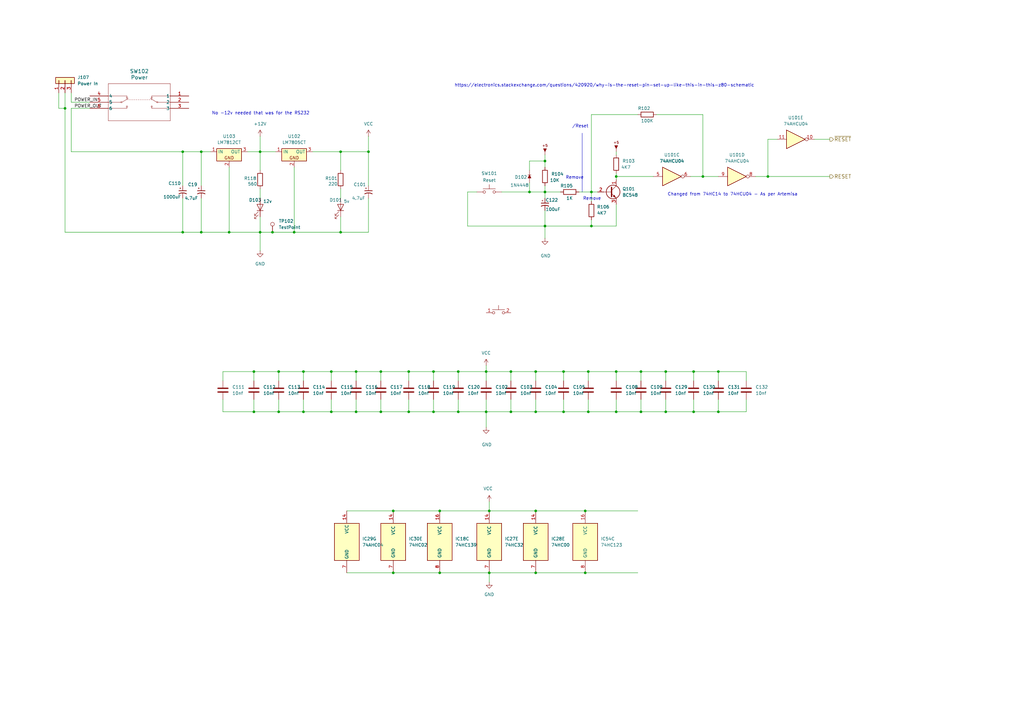
<source format=kicad_sch>
(kicad_sch (version 20250114) (generator "eeschema") (generator_version "9.0")
  (paper "A3")
  (title_block (title "Power and Reset") (date "2024-12-03") (rev "1"))
  (lib_symbols
    (symbol "74xx:74HC04"
      (property "Reference" "U" (at 0 1.27 0))
      (property "Value" "74HC04" (at 0 -1.27 0))
      (symbol "74HC04_1_0"
        (pin input line (at -7.62 0 0) (length 3.81) (name "~") (number "1"))
        (pin output inverted (at 7.62 0 180) (length 3.81) (name "~") (number "2"))
      )
      (symbol "74HC04_2_0"
        (pin input line (at -7.62 0 0) (length 3.81) (name "~") (number "3"))
        (pin output inverted (at 7.62 0 180) (length 3.81) (name "~") (number "4"))
      )
      (symbol "74HC04_3_0"
        (pin input line (at -7.62 0 0) (length 3.81) (name "~") (number "5"))
        (pin output inverted (at 7.62 0 180) (length 3.81) (name "~") (number "6"))
      )
      (symbol "74HC04_4_0"
        (pin input line (at -7.62 0 0) (length 3.81) (name "~") (number "9"))
        (pin output inverted (at 7.62 0 180) (length 3.81) (name "~") (number "8"))
      )
      (symbol "74HC04_5_0"
        (pin input line (at -7.62 0 0) (length 3.81) (name "~") (number "11"))
        (pin output inverted (at 7.62 0 180) (length 3.81) (name "~") (number "10"))
      )
      (symbol "74HC04_6_0"
        (pin input line (at -7.62 0 0) (length 3.81) (name "~") (number "13"))
        (pin output inverted (at 7.62 0 180) (length 3.81) (name "~") (number "12"))
      )
      (symbol "74HC04_7_0"
        (pin power_in line (at 0 12.7 270) (length 5.08) (name "VCC") (number "14"))
        (pin power_in line (at 0 -12.7 90) (length 5.08) (name "GND") (number "7"))
      )
    )
    (symbol "74xx:74LS00" (pin_names (offset 1.016))
      (property "Reference" "U" (at 0 1.27 0))
      (property "Value" "74LS00" (at 0 -1.27 0))
      (symbol "74LS00_1_1"
        (pin input line (at -7.62 2.54 0) (length 3.81) (name "~") (number "1"))
        (pin input line (at -7.62 -2.54 0) (length 3.81) (name "~") (number "2"))
        (pin output inverted (at 7.62 0 180) (length 3.81) (name "~") (number "3"))
      )
      (symbol "74LS00_1_2"
        (pin input inverted (at -7.62 2.54 0) (length 4.318) (name "~") (number "1"))
        (pin input inverted (at -7.62 -2.54 0) (length 4.318) (name "~") (number "2"))
        (pin output line (at 7.62 0 180) (length 3.81) (name "~") (number "3"))
      )
      (symbol "74LS00_2_1"
        (pin input line (at -7.62 2.54 0) (length 3.81) (name "~") (number "4"))
        (pin input line (at -7.62 -2.54 0) (length 3.81) (name "~") (number "5"))
        (pin output inverted (at 7.62 0 180) (length 3.81) (name "~") (number "6"))
      )
      (symbol "74LS00_2_2"
        (pin input inverted (at -7.62 2.54 0) (length 4.318) (name "~") (number "4"))
        (pin input inverted (at -7.62 -2.54 0) (length 4.318) (name "~") (number "5"))
        (pin output line (at 7.62 0 180) (length 3.81) (name "~") (number "6"))
      )
      (symbol "74LS00_3_1"
        (pin input line (at -7.62 2.54 0) (length 3.81) (name "~") (number "9"))
        (pin input line (at -7.62 -2.54 0) (length 3.81) (name "~") (number "10"))
        (pin output inverted (at 7.62 0 180) (length 3.81) (name "~") (number "8"))
      )
      (symbol "74LS00_3_2"
        (pin input inverted (at -7.62 2.54 0) (length 4.318) (name "~") (number "9"))
        (pin input inverted (at -7.62 -2.54 0) (length 4.318) (name "~") (number "10"))
        (pin output line (at 7.62 0 180) (length 3.81) (name "~") (number "8"))
      )
      (symbol "74LS00_4_1"
        (pin input line (at -7.62 2.54 0) (length 3.81) (name "~") (number "12"))
        (pin input line (at -7.62 -2.54 0) (length 3.81) (name "~") (number "13"))
        (pin output inverted (at 7.62 0 180) (length 3.81) (name "~") (number "11"))
      )
      (symbol "74LS00_4_2"
        (pin input inverted (at -7.62 2.54 0) (length 4.318) (name "~") (number "12"))
        (pin input inverted (at -7.62 -2.54 0) (length 4.318) (name "~") (number "13"))
        (pin output line (at 7.62 0 180) (length 3.81) (name "~") (number "11"))
      )
      (symbol "74LS00_5_0"
        (pin power_in line (at 0 12.7 270) (length 5.08) (name "VCC") (number "14"))
        (pin power_in line (at 0 -12.7 90) (length 5.08) (name "GND") (number "7"))
      )
    )
    (symbol "74xx:74LS02" (pin_names (offset 1.016))
      (property "Reference" "U" (at 0 1.27 0))
      (property "Value" "74LS02" (at 0 -1.27 0))
      (symbol "74LS02_1_1"
        (pin input line (at -7.62 2.54 0) (length 4.318) (name "~") (number "2"))
        (pin input line (at -7.62 -2.54 0) (length 4.318) (name "~") (number "3"))
        (pin output inverted (at 7.62 0 180) (length 3.81) (name "~") (number "1"))
      )
      (symbol "74LS02_1_2"
        (pin input inverted (at -7.62 2.54 0) (length 3.81) (name "~") (number "2"))
        (pin input inverted (at -7.62 -2.54 0) (length 3.81) (name "~") (number "3"))
        (pin output line (at 7.62 0 180) (length 3.81) (name "~") (number "1"))
      )
      (symbol "74LS02_2_1"
        (pin input line (at -7.62 2.54 0) (length 4.318) (name "~") (number "5"))
        (pin input line (at -7.62 -2.54 0) (length 4.318) (name "~") (number "6"))
        (pin output inverted (at 7.62 0 180) (length 3.81) (name "~") (number "4"))
      )
      (symbol "74LS02_2_2"
        (pin input inverted (at -7.62 2.54 0) (length 3.81) (name "~") (number "5"))
        (pin input inverted (at -7.62 -2.54 0) (length 3.81) (name "~") (number "6"))
        (pin output line (at 7.62 0 180) (length 3.81) (name "~") (number "4"))
      )
      (symbol "74LS02_3_1"
        (pin input line (at -7.62 2.54 0) (length 4.318) (name "~") (number "8"))
        (pin input line (at -7.62 -2.54 0) (length 4.318) (name "~") (number "9"))
        (pin output inverted (at 7.62 0 180) (length 3.81) (name "~") (number "10"))
      )
      (symbol "74LS02_3_2"
        (pin input inverted (at -7.62 2.54 0) (length 3.81) (name "~") (number "8"))
        (pin input inverted (at -7.62 -2.54 0) (length 3.81) (name "~") (number "9"))
        (pin output line (at 7.62 0 180) (length 3.81) (name "~") (number "10"))
      )
      (symbol "74LS02_4_1"
        (pin input line (at -7.62 2.54 0) (length 4.318) (name "~") (number "11"))
        (pin input line (at -7.62 -2.54 0) (length 4.318) (name "~") (number "12"))
        (pin output inverted (at 7.62 0 180) (length 3.81) (name "~") (number "13"))
      )
      (symbol "74LS02_4_2"
        (pin input inverted (at -7.62 2.54 0) (length 3.81) (name "~") (number "11"))
        (pin input inverted (at -7.62 -2.54 0) (length 3.81) (name "~") (number "12"))
        (pin output line (at 7.62 0 180) (length 3.81) (name "~") (number "13"))
      )
      (symbol "74LS02_5_0"
        (pin power_in line (at 0 12.7 270) (length 5.08) (name "VCC") (number "14"))
        (pin power_in line (at 0 -12.7 90) (length 5.08) (name "GND") (number "7"))
      )
    )
    (symbol "74xx:74LS04"
      (property "Reference" "U" (at 0 1.27 0))
      (property "Value" "74LS04" (at 0 -1.27 0))
      (symbol "74LS04_1_0"
        (pin input line (at -7.62 0 0) (length 3.81) (name "~") (number "1"))
        (pin output inverted (at 7.62 0 180) (length 3.81) (name "~") (number "2"))
      )
      (symbol "74LS04_2_0"
        (pin input line (at -7.62 0 0) (length 3.81) (name "~") (number "3"))
        (pin output inverted (at 7.62 0 180) (length 3.81) (name "~") (number "4"))
      )
      (symbol "74LS04_3_0"
        (pin input line (at -7.62 0 0) (length 3.81) (name "~") (number "5"))
        (pin output inverted (at 7.62 0 180) (length 3.81) (name "~") (number "6"))
      )
      (symbol "74LS04_4_0"
        (pin input line (at -7.62 0 0) (length 3.81) (name "~") (number "9"))
        (pin output inverted (at 7.62 0 180) (length 3.81) (name "~") (number "8"))
      )
      (symbol "74LS04_5_0"
        (pin input line (at -7.62 0 0) (length 3.81) (name "~") (number "11"))
        (pin output inverted (at 7.62 0 180) (length 3.81) (name "~") (number "10"))
      )
      (symbol "74LS04_6_0"
        (pin input line (at -7.62 0 0) (length 3.81) (name "~") (number "13"))
        (pin output inverted (at 7.62 0 180) (length 3.81) (name "~") (number "12"))
      )
      (symbol "74LS04_7_0"
        (pin power_in line (at 0 12.7 270) (length 5.08) (name "VCC") (number "14"))
        (pin power_in line (at 0 -12.7 90) (length 5.08) (name "GND") (number "7"))
      )
    )
    (symbol "74xx:74LS123" (pin_names (offset 1.016))
      (property "Reference" "U" (at -7.62 8.89 0))
      (property "Value" "74LS123" (at -7.62 -8.89 0))
      (symbol "74LS123_1_0"
        (pin input line (at -12.7 5.08 0) (length 5.08) (name "RCext") (number "15"))
        (pin input line (at -12.7 2.54 0) (length 5.08) (name "Cext") (number "14"))
        (pin input inverted (at -12.7 -2.54 0) (length 5.08) (name "A") (number "1"))
        (pin input line (at -12.7 -5.08 0) (length 5.08) (name "B") (number "2"))
        (pin input inverted (at 0 -12.7 90) (length 5.08) (name "Clr") (number "3"))
        (pin output line (at 12.7 5.08 180) (length 5.08) (name "Q") (number "13"))
        (pin output line (at 12.7 -5.08 180) (length 5.08) (name "~{Q}") (number "4"))
      )
      (symbol "74LS123_2_0"
        (pin input line (at -12.7 5.08 0) (length 5.08) (name "RCext") (number "7"))
        (pin input line (at -12.7 2.54 0) (length 5.08) (name "Cext") (number "6"))
        (pin input inverted (at -12.7 -2.54 0) (length 5.08) (name "A") (number "9"))
        (pin input line (at -12.7 -5.08 0) (length 5.08) (name "B") (number "10"))
        (pin input inverted (at 0 -12.7 90) (length 5.08) (name "Clr") (number "11"))
        (pin output line (at 12.7 5.08 180) (length 5.08) (name "Q") (number "5"))
        (pin output line (at 12.7 -5.08 180) (length 5.08) (name "~{Q}") (number "12"))
      )
      (symbol "74LS123_3_0"
        (pin power_in line (at 0 12.7 270) (length 5.08) (name "VCC") (number "16"))
        (pin power_in line (at 0 -12.7 90) (length 5.08) (name "GND") (number "8"))
      )
    )
    (symbol "74xx:74LS139" (pin_names (offset 1.016))
      (property "Reference" "U" (at -7.62 8.89 0))
      (property "Value" "74LS139" (at -7.62 -8.89 0))
      (symbol "74LS139_1_0"
        (pin input line (at -12.7 2.54 0) (length 5.08) (name "A1") (number "3"))
        (pin input line (at -12.7 0 0) (length 5.08) (name "A0") (number "2"))
        (pin input inverted (at -12.7 -5.08 0) (length 5.08) (name "E") (number "1"))
        (pin output inverted (at 12.7 2.54 180) (length 5.08) (name "O0") (number "4"))
        (pin output inverted (at 12.7 0 180) (length 5.08) (name "O1") (number "5"))
        (pin output inverted (at 12.7 -2.54 180) (length 5.08) (name "O2") (number "6"))
        (pin output inverted (at 12.7 -5.08 180) (length 5.08) (name "O3") (number "7"))
      )
      (symbol "74LS139_2_0"
        (pin input line (at -12.7 2.54 0) (length 5.08) (name "A1") (number "13"))
        (pin input line (at -12.7 0 0) (length 5.08) (name "A0") (number "14"))
        (pin input inverted (at -12.7 -5.08 0) (length 5.08) (name "E") (number "15"))
        (pin output inverted (at 12.7 2.54 180) (length 5.08) (name "O0") (number "12"))
        (pin output inverted (at 12.7 0 180) (length 5.08) (name "O1") (number "11"))
        (pin output inverted (at 12.7 -2.54 180) (length 5.08) (name "O2") (number "10"))
        (pin output inverted (at 12.7 -5.08 180) (length 5.08) (name "O3") (number "9"))
      )
      (symbol "74LS139_3_0"
        (pin power_in line (at 0 12.7 270) (length 5.08) (name "VCC") (number "16"))
        (pin power_in line (at 0 -12.7 90) (length 5.08) (name "GND") (number "8"))
      )
    )
    (symbol "74xx:74LS32" (pin_names (offset 1.016))
      (property "Reference" "U" (at 0 1.27 0))
      (property "Value" "74LS32" (at 0 -1.27 0))
      (symbol "74LS32_1_1"
        (pin input line (at -7.62 2.54 0) (length 4.318) (name "~") (number "1"))
        (pin input line (at -7.62 -2.54 0) (length 4.318) (name "~") (number "2"))
        (pin output line (at 7.62 0 180) (length 3.81) (name "~") (number "3"))
      )
      (symbol "74LS32_1_2"
        (pin input inverted (at -7.62 2.54 0) (length 3.81) (name "~") (number "1"))
        (pin input inverted (at -7.62 -2.54 0) (length 3.81) (name "~") (number "2"))
        (pin output inverted (at 7.62 0 180) (length 3.81) (name "~") (number "3"))
      )
      (symbol "74LS32_2_1"
        (pin input line (at -7.62 2.54 0) (length 4.318) (name "~") (number "4"))
        (pin input line (at -7.62 -2.54 0) (length 4.318) (name "~") (number "5"))
        (pin output line (at 7.62 0 180) (length 3.81) (name "~") (number "6"))
      )
      (symbol "74LS32_2_2"
        (pin input inverted (at -7.62 2.54 0) (length 3.81) (name "~") (number "4"))
        (pin input inverted (at -7.62 -2.54 0) (length 3.81) (name "~") (number "5"))
        (pin output inverted (at 7.62 0 180) (length 3.81) (name "~") (number "6"))
      )
      (symbol "74LS32_3_1"
        (pin input line (at -7.62 2.54 0) (length 4.318) (name "~") (number "9"))
        (pin input line (at -7.62 -2.54 0) (length 4.318) (name "~") (number "10"))
        (pin output line (at 7.62 0 180) (length 3.81) (name "~") (number "8"))
      )
      (symbol "74LS32_3_2"
        (pin input inverted (at -7.62 2.54 0) (length 3.81) (name "~") (number "9"))
        (pin input inverted (at -7.62 -2.54 0) (length 3.81) (name "~") (number "10"))
        (pin output inverted (at 7.62 0 180) (length 3.81) (name "~") (number "8"))
      )
      (symbol "74LS32_4_1"
        (pin input line (at -7.62 2.54 0) (length 4.318) (name "~") (number "12"))
        (pin input line (at -7.62 -2.54 0) (length 4.318) (name "~") (number "13"))
        (pin output line (at 7.62 0 180) (length 3.81) (name "~") (number "11"))
      )
      (symbol "74LS32_4_2"
        (pin input inverted (at -7.62 2.54 0) (length 3.81) (name "~") (number "12"))
        (pin input inverted (at -7.62 -2.54 0) (length 3.81) (name "~") (number "13"))
        (pin output inverted (at 7.62 0 180) (length 3.81) (name "~") (number "11"))
      )
      (symbol "74LS32_5_0"
        (pin power_in line (at 0 12.7 270) (length 5.08) (name "VCC") (number "14"))
        (pin power_in line (at 0 -12.7 90) (length 5.08) (name "GND") (number "7"))
      )
    )
    (symbol "Connector:TestPoint" (pin_numbers (hide yes)) (pin_names (offset 0.762) (hide yes))
      (property "Reference" "TP" (at 0 6.858 0))
      (property "Value" "TestPoint" (at 0 5.08 0))
      (symbol "TestPoint_1_1"
        (pin passive line (at 0 0 90) (length 2.54) (name "1") (number "1"))
      )
    )
    (symbol "Connector_Generic:Conn_01x03" (pin_names (offset 1.016) (hide yes))
      (property "Reference" "J" (at 0 5.08 0))
      (property "Value" "Conn_01x03" (at 0 -5.08 0))
      (symbol "Conn_01x03_1_1"
        (pin passive line (at -5.08 2.54 0) (length 3.81) (name "Pin_1") (number "1"))
        (pin passive line (at -5.08 0 0) (length 3.81) (name "Pin_2") (number "2"))
        (pin passive line (at -5.08 -2.54 0) (length 3.81) (name "Pin_3") (number "3"))
      )
    )
    (symbol "DigKey:MFS201N-16-Z" (pin_names (offset 0.254))
      (property "Reference" "SW" (at 20.32 10.16 0))
      (property "Value" "MFS201N-16-Z" (at 20.32 7.62 0))
      (symbol "MFS201N-16-Z_0_1"
        (pin unspecified line (at 0 0 0) (length 7.62) (name "1") (number "1"))
        (pin unspecified line (at 0 -2.54 0) (length 7.62) (name "2") (number "2"))
        (pin unspecified line (at 0 -5.08 0) (length 7.62) (name "3") (number "3"))
        (pin unspecified line (at 40.64 0 180) (length 7.62) (name "4") (number "4"))
        (pin unspecified line (at 40.64 -2.54 180) (length 7.62) (name "5") (number "5"))
        (pin unspecified line (at 40.64 -5.08 180) (length 7.62) (name "6") (number "6"))
      )
    )
    (symbol "PCM_Capacitor_AKL:C_Generic" (pin_numbers (hide yes)) (pin_names (offset 0.254))
      (property "Reference" "C" (at 3.175 1.27 0))
      (property "Value" "C_Generic" (at 3.175 -1.27 0))
      (symbol "C_Generic_1_1"
        (pin passive line (at 0 3.81 270) (length 2.794) (name "~") (number "1"))
        (pin passive line (at 0 -3.81 90) (length 2.794) (name "~") (number "2"))
      )
      (symbol "C_Generic_1_2"
        (pin passive line (at -2.54 -2.54 90) (length 0) (name "~") (number "2"))
        (pin passive line (at 2.54 2.54 270) (length 0) (name "~") (number "1"))
      )
    )
    (symbol "PCM_Voltage_Regulator_AKL:LM7805CT"
      (property "Reference" "U" (at 0 6.35 0))
      (property "Value" "LM7805CT" (at 0 3.81 0))
      (symbol "LM7805CT_0_0"
        (text "GND" (at 0 -2.54 0) (effects (font (size 1.27 1.27))))
      )
      (symbol "LM7805CT_1_1"
        (pin power_in line (at -7.62 0 0) (length 2.54) (name "IN") (number "1"))
        (pin power_in line (at 0 -6.35 90) (length 2.54) (name "~") (number "2"))
        (pin power_out line (at 7.62 0 180) (length 2.54) (name "OUT") (number "3"))
      )
    )
    (symbol "PCM_Voltage_Regulator_AKL:LM7812CT"
      (property "Reference" "U" (at 0 6.35 0))
      (property "Value" "LM7812CT" (at 0 3.81 0))
      (symbol "LM7812CT_0_0"
        (text "GND" (at 0 -2.54 0) (effects (font (size 1.27 1.27))))
      )
      (symbol "LM7812CT_1_1"
        (pin power_in line (at -7.62 0 0) (length 2.54) (name "IN") (number "1"))
        (pin power_in line (at 0 -6.35 90) (length 2.54) (name "~") (number "2"))
        (pin power_out line (at 7.62 0 180) (length 2.54) (name "OUT") (number "3"))
      )
    )
    (symbol "Switch:SW_Omron_B3FS" (pin_numbers (hide yes)) (pin_names (offset 1.016) (hide yes))
      (property "Reference" "SW" (at 1.27 2.54 0))
      (property "Value" "SW_Omron_B3FS" (at 0 -1.524 0))
      (symbol "SW_Omron_B3FS_0_1"
        (pin passive line (at -5.08 0 0) (length 2.54) (name "1") (number "1"))
        (pin passive line (at 5.08 0 180) (length 2.54) (name "2") (number "2"))
      )
    )
    (symbol "Transistor_BJT:BC548" (pin_names (offset 0) (hide yes))
      (property "Reference" "Q" (at 5.08 1.905 0))
      (property "Value" "BC548" (at 5.08 0 0))
      (symbol "BC548_1_1"
        (pin input line (at -5.08 0 0) (length 2.54) (name "B") (number "2"))
        (pin passive line (at 2.54 5.08 270) (length 2.54) (name "C") (number "1"))
        (pin passive line (at 2.54 -5.08 90) (length 2.54) (name "E") (number "3"))
      )
    )
    (symbol "artemisa:1N4448" (pin_numbers (hide yes)) (pin_names (offset 1.016))
      (property "Reference" "D" (at 0 1.905 0))
      (property "Value" "1N4448" (at 0 -1.905 0))
      (symbol "1N4448_1_1"
        (pin passive line (at -2.54 0 0) (length 1.905) (name "~") (number "1"))
        (pin passive line (at 2.54 0 180) (length 1.905) (name "~") (number "2"))
      )
    )
    (symbol "artemisa:CP" (pin_numbers (hide yes)) (pin_names (offset 0.254) (hide yes))
      (property "Reference" "C" (at 0.254 1.778 0))
      (property "Value" "CP" (at 0.254 -2.032 0))
      (symbol "CP_1_1"
        (pin passive line (at 0 2.54 270) (length 2.032) (name "~") (number "1"))
        (pin passive line (at 0 -2.54 90) (length 2.032) (name "~") (number "2"))
      )
    )
    (symbol "artemisa:LED" (pin_numbers (hide yes)) (pin_names (offset 1.016) (hide yes))
      (property "Reference" "D" (at 0 2.54 0))
      (property "Value" "LED" (at 0 -2.54 0))
      (symbol "LED_1_1"
        (pin passive line (at -3.81 0 0) (length 2.54) (name "A") (number "1"))
        (pin passive line (at 3.81 0 180) (length 2.54) (name "K") (number "2"))
      )
    )
    (symbol "artemisa:Push_button" (pin_names (offset 1.016) (hide yes))
      (property "Reference" "SW" (at 0 -2.54 0))
      (symbol "Push_button_1_1"
        (pin passive line (at -5.08 0 0) (length 2.54) (name "1") (number "1"))
        (pin passive line (at 5.08 0 180) (length 2.54) (name "2") (number "2"))
      )
    )
    (symbol "artemisa:R" (pin_numbers (hide yes)) (pin_names (offset 1.016))
      (property "Reference" "R" (at 0 -2.54 0))
      (property "Value" "R" (at 0 0 0))
      (symbol "R_1_1"
        (pin passive line (at -3.81 0 0) (length 1.27) (name "~") (number "1"))
        (pin passive line (at 3.81 0 180) (length 1.27) (name "~") (number "2"))
      )
    )
    (symbol "artemisa:VCC" (power) (pin_numbers (hide yes)) (pin_names (offset 0) (hide yes))
      (symbol "VCC_0_0"
        (text "+5" (at 0 3.81 0) (effects (font (size 1.016 1.016))))
      )
      (symbol "VCC_1_1"
        (pin power_in line (at 0 0 90) (length 1.27) (name "~") (number "~"))
      )
    )
    (symbol "power:+12V" (power) (pin_numbers (hide yes)) (pin_names (offset 0) (hide yes))
      (property "Value" "+12V" (at 0 3.556 0))
      (symbol "+12V_1_1"
        (pin power_in line (at 0 0 90) (length 0) (name "~") (number "1"))
      )
    )
    (symbol "power:GND" (power) (pin_numbers (hide yes)) (pin_names (offset 0) (hide yes))
      (property "Value" "GND" (at 0 -3.81 0))
      (symbol "GND_1_1"
        (pin power_in line (at 0 0 270) (length 0) (name "~") (number "1"))
      )
    )
    (symbol "power:VCC" (power) (pin_numbers (hide yes)) (pin_names (offset 0) (hide yes))
      (property "Value" "VCC" (at 0 3.556 0))
      (symbol "VCC_1_1"
        (pin power_in line (at 0 0 90) (length 0) (name "~") (number "1"))
      )
    )
  )
  (text "https://electronics.stackexchange.com/questions/420920/why-is-the-reset-pin-set-up-like-this-in-this-z80-schematic" (at 247.904 35.052 0) (effects (font (size 1.27 1.27))))
  (text "Changed from 74HC14 to 74HCU04 - As per Artemisa" (at 300.482 79.756 0) (effects (font (size 1.27 1.27))))
  (text "Remove" (at 235.712 72.898 0) (effects (font (size 1.27 1.27))))
  (text "Remove" (at 242.824 81.534 0) (effects (font (size 1.27 1.27))))
  (text "No -12v needed that was for the RS232" (at 106.934 46.482 0) (effects (font (size 1.27 1.27))))
  (text "/Reset" (at 237.998 51.816 0) (effects (font (size 1.27 1.27))))
  (junction (at 104.14 168.91))
  (junction (at 93.98 95.25))
  (junction (at 314.96 72.39))
  (junction (at 187.96 168.91))
  (junction (at 219.71 152.4))
  (junction (at 200.66 209.55))
  (junction (at 156.21 168.91))
  (junction (at 82.55 62.23))
  (junction (at 231.14 152.4))
  (junction (at 135.89 168.91))
  (junction (at 26.67 44.45))
  (junction (at 135.89 152.4))
  (junction (at 114.3 168.91))
  (junction (at 284.48 168.91))
  (junction (at 209.55 152.4))
  (junction (at 177.8 168.91))
  (junction (at 199.39 152.4))
  (junction (at 139.7 62.23))
  (junction (at 199.39 168.91))
  (junction (at 294.64 152.4))
  (junction (at 177.8 152.4))
  (junction (at 139.7 95.25))
  (junction (at 241.3 168.91))
  (junction (at 223.52 78.74))
  (junction (at 161.29 209.55))
  (junction (at 111.76 95.25))
  (junction (at 262.89 152.4))
  (junction (at 146.05 168.91))
  (junction (at 219.71 168.91))
  (junction (at 151.13 62.23))
  (junction (at 273.05 168.91))
  (junction (at 241.3 152.4))
  (junction (at 231.14 168.91))
  (junction (at 240.03 234.95))
  (junction (at 240.03 209.55))
  (junction (at 106.68 95.25))
  (junction (at 223.52 66.04))
  (junction (at 217.17 78.74))
  (junction (at 180.34 234.95))
  (junction (at 167.64 152.4))
  (junction (at 104.14 152.4))
  (junction (at 124.46 152.4))
  (junction (at 120.65 95.25))
  (junction (at 252.73 72.39))
  (junction (at 74.93 95.25))
  (junction (at 219.71 209.55))
  (junction (at 82.55 95.25))
  (junction (at 252.73 168.91))
  (junction (at 242.57 78.74))
  (junction (at 273.05 152.4))
  (junction (at 294.64 168.91))
  (junction (at 209.55 168.91))
  (junction (at 288.29 72.39))
  (junction (at 106.68 62.23))
  (junction (at 167.64 168.91))
  (junction (at 200.66 234.95))
  (junction (at 124.46 168.91))
  (junction (at 284.48 152.4))
  (junction (at 114.3 152.4))
  (junction (at 262.89 168.91))
  (junction (at 242.57 92.71))
  (junction (at 180.34 209.55))
  (junction (at 223.52 92.71))
  (junction (at 252.73 152.4))
  (junction (at 74.93 62.23))
  (junction (at 219.71 234.95))
  (junction (at 161.29 234.95))
  (junction (at 187.96 152.4))
  (junction (at 146.05 152.4))
  (junction (at 156.21 152.4))
  (wire (pts (xy 217.17 78.74) (xy 205.74 78.74)))
  (wire (pts (xy 306.07 152.4) (xy 294.64 152.4)))
  (wire (pts (xy 242.57 78.74) (xy 245.11 78.74)))
  (wire (pts (xy 284.48 156.21) (xy 284.48 152.4)))
  (wire (pts (xy 209.55 168.91) (xy 199.39 168.91)))
  (wire (pts (xy 219.71 163.83) (xy 219.71 168.91)))
  (wire (pts (xy 187.96 168.91) (xy 187.96 163.83)))
  (wire (pts (xy 200.66 234.95) (xy 200.66 238.76)))
  (wire (pts (xy 29.21 41.91) (xy 36.83 41.91)))
  (wire (pts (xy 294.64 163.83) (xy 294.64 168.91)))
  (wire (pts (xy 314.96 57.15) (xy 314.96 72.39)))
  (wire (pts (xy 151.13 95.25) (xy 139.7 95.25)))
  (wire (pts (xy 91.44 168.91) (xy 104.14 168.91)))
  (wire (pts (xy 104.14 152.4) (xy 114.3 152.4)))
  (wire (pts (xy 242.57 92.71) (xy 252.73 92.71)))
  (wire (pts (xy 187.96 152.4) (xy 187.96 156.21)))
  (wire (pts (xy 151.13 55.88) (xy 151.13 62.23)))
  (wire (pts (xy 74.93 81.28) (xy 74.93 95.25)))
  (wire (pts (xy 252.73 72.39) (xy 267.97 72.39)))
  (wire (pts (xy 29.21 44.45) (xy 29.21 62.23)))
  (wire (pts (xy 82.55 81.28) (xy 82.55 95.25)))
  (wire (pts (xy 101.6 62.23) (xy 106.68 62.23)))
  (wire (pts (xy 241.3 163.83) (xy 241.3 168.91)))
  (wire (pts (xy 120.65 68.58) (xy 120.65 95.25)))
  (wire (pts (xy 128.27 62.23) (xy 139.7 62.23)))
  (wire (pts (xy 240.03 234.95) (xy 261.62 234.95)))
  (wire (pts (xy 273.05 168.91) (xy 262.89 168.91)))
  (wire (pts (xy 199.39 168.91) (xy 199.39 175.26)))
  (wire (pts (xy 124.46 168.91) (xy 135.89 168.91)))
  (wire (pts (xy 124.46 163.83) (xy 124.46 168.91)))
  (wire (pts (xy 187.96 152.4) (xy 199.39 152.4)))
  (wire (pts (xy 219.71 156.21) (xy 219.71 152.4)))
  (wire (pts (xy 106.68 69.85) (xy 106.68 62.23)))
  (wire (pts (xy 252.73 168.91) (xy 262.89 168.91)))
  (wire (pts (xy 252.73 83.82) (xy 252.73 92.71)))
  (wire (pts (xy 124.46 152.4) (xy 124.46 156.21)))
  (wire (pts (xy 219.71 209.55) (xy 240.03 209.55)))
  (wire (pts (xy 114.3 152.4) (xy 114.3 156.21)))
  (wire (pts (xy 199.39 152.4) (xy 199.39 156.21)))
  (wire (pts (xy 93.98 95.25) (xy 106.68 95.25)))
  (wire (pts (xy 114.3 163.83) (xy 114.3 168.91)))
  (wire (pts (xy 82.55 95.25) (xy 93.98 95.25)))
  (wire (pts (xy 146.05 152.4) (xy 146.05 156.21)))
  (wire (pts (xy 231.14 152.4) (xy 241.3 152.4)))
  (wire (pts (xy 111.76 95.25) (xy 106.68 95.25)))
  (wire (pts (xy 252.73 72.39) (xy 252.73 73.66)))
  (wire (pts (xy 223.52 86.36) (xy 223.52 92.71)))
  (wire (pts (xy 114.3 152.4) (xy 124.46 152.4)))
  (wire (pts (xy 199.39 149.86) (xy 199.39 152.4)))
  (wire (pts (xy 106.68 55.88) (xy 106.68 62.23)))
  (wire (pts (xy 142.24 209.55) (xy 161.29 209.55)))
  (wire (pts (xy 209.55 152.4) (xy 199.39 152.4)))
  (wire (pts (xy 106.68 95.25) (xy 106.68 102.87)))
  (wire (pts (xy 135.89 168.91) (xy 146.05 168.91)))
  (wire (pts (xy 114.3 168.91) (xy 124.46 168.91)))
  (wire (pts (xy 74.93 62.23) (xy 82.55 62.23)))
  (wire (pts (xy 120.65 95.25) (xy 111.76 95.25)))
  (wire (pts (xy 29.21 62.23) (xy 74.93 62.23)))
  (wire (pts (xy 288.29 72.39) (xy 294.64 72.39)))
  (wire (pts (xy 26.67 38.1) (xy 26.67 44.45)))
  (wire (pts (xy 177.8 152.4) (xy 177.8 156.21)))
  (wire (pts (xy 241.3 152.4) (xy 252.73 152.4)))
  (wire (pts (xy 223.52 78.74) (xy 229.87 78.74)))
  (wire (pts (xy 151.13 62.23) (xy 151.13 76.2)))
  (wire (pts (xy 231.14 168.91) (xy 241.3 168.91)))
  (wire (pts (xy 284.48 168.91) (xy 273.05 168.91)))
  (wire (pts (xy 241.3 156.21) (xy 241.3 152.4)))
  (wire (pts (xy 104.14 168.91) (xy 114.3 168.91)))
  (wire (pts (xy 200.66 209.55) (xy 219.71 209.55)))
  (wire (pts (xy 223.52 92.71) (xy 242.57 92.71)))
  (wire (pts (xy 26.67 95.25) (xy 74.93 95.25)))
  (wire (pts (xy 231.14 163.83) (xy 231.14 168.91)))
  (wire (pts (xy 209.55 156.21) (xy 209.55 152.4)))
  (wire (pts (xy 219.71 234.95) (xy 240.03 234.95)))
  (wire (pts (xy 219.71 168.91) (xy 209.55 168.91)))
  (wire (pts (xy 156.21 152.4) (xy 167.64 152.4)))
  (wire (pts (xy 74.93 62.23) (xy 74.93 76.2)))
  (wire (pts (xy 223.52 78.74) (xy 217.17 78.74)))
  (wire (pts (xy 104.14 152.4) (xy 104.14 156.21)))
  (wire (pts (xy 135.89 163.83) (xy 135.89 168.91)))
  (wire (pts (xy 273.05 152.4) (xy 262.89 152.4)))
  (wire (pts (xy 284.48 152.4) (xy 273.05 152.4)))
  (wire (pts (xy 231.14 152.4) (xy 219.71 152.4)))
  (wire (pts (xy 26.67 44.45) (xy 26.67 95.25)))
  (wire (pts (xy 252.73 156.21) (xy 252.73 152.4)))
  (wire (pts (xy 167.64 168.91) (xy 177.8 168.91)))
  (wire (pts (xy 334.01 57.15) (xy 340.36 57.15)))
  (wire (pts (xy 223.52 76.2) (xy 223.52 78.74)))
  (wire (pts (xy 314.96 57.15) (xy 318.77 57.15)))
  (wire (pts (xy 29.21 44.45) (xy 36.83 44.45)))
  (wire (pts (xy 306.07 163.83) (xy 306.07 168.91)))
  (wire (pts (xy 273.05 156.21) (xy 273.05 152.4)))
  (wire (pts (xy 242.57 46.99) (xy 242.57 78.74)))
  (wire (pts (xy 242.57 78.74) (xy 242.57 82.55)))
  (wire (pts (xy 261.62 46.99) (xy 242.57 46.99)))
  (wire (pts (xy 262.89 163.83) (xy 262.89 168.91)))
  (wire (pts (xy 156.21 168.91) (xy 167.64 168.91)))
  (wire (pts (xy 139.7 77.47) (xy 139.7 81.28)))
  (wire (pts (xy 223.52 78.74) (xy 223.52 81.28)))
  (wire (pts (xy 139.7 62.23) (xy 151.13 62.23)))
  (wire (pts (xy 156.21 152.4) (xy 156.21 156.21)))
  (wire (pts (xy 180.34 209.55) (xy 200.66 209.55)))
  (wire (pts (xy 231.14 156.21) (xy 231.14 152.4)))
  (wire (pts (xy 167.64 163.83) (xy 167.64 168.91)))
  (wire (pts (xy 223.52 92.71) (xy 223.52 97.79)))
  (wire (pts (xy 252.73 152.4) (xy 262.89 152.4)))
  (wire (pts (xy 191.77 92.71) (xy 223.52 92.71)))
  (wire (pts (xy 177.8 152.4) (xy 187.96 152.4)))
  (wire (pts (xy 195.58 78.74) (xy 191.77 78.74)))
  (wire (pts (xy 93.98 68.58) (xy 93.98 95.25)))
  (wire (pts (xy 284.48 168.91) (xy 294.64 168.91)))
  (wire (pts (xy 306.07 156.21) (xy 306.07 152.4)))
  (wire (pts (xy 91.44 156.21) (xy 91.44 152.4)))
  (wire (pts (xy 199.39 168.91) (xy 187.96 168.91)))
  (wire (pts (xy 273.05 163.83) (xy 273.05 168.91)))
  (wire (pts (xy 306.07 168.91) (xy 294.64 168.91)))
  (wire (pts (xy 262.89 156.21) (xy 262.89 152.4)))
  (wire (pts (xy 146.05 168.91) (xy 156.21 168.91)))
  (wire (pts (xy 283.21 72.39) (xy 288.29 72.39)))
  (wire (pts (xy 241.3 168.91) (xy 252.73 168.91)))
  (wire (pts (xy 223.52 66.04) (xy 223.52 68.58)))
  (wire (pts (xy 91.44 163.83) (xy 91.44 168.91)))
  (wire (pts (xy 231.14 168.91) (xy 219.71 168.91)))
  (wire (pts (xy 180.34 234.95) (xy 200.66 234.95)))
  (wire (pts (xy 252.73 72.39) (xy 252.73 71.12)))
  (wire (pts (xy 135.89 152.4) (xy 146.05 152.4)))
  (wire (pts (xy 200.66 205.74) (xy 200.66 209.55)))
  (wire (pts (xy 219.71 152.4) (xy 209.55 152.4)))
  (wire (pts (xy 106.68 62.23) (xy 113.03 62.23)))
  (wire (pts (xy 24.13 44.45) (xy 24.13 38.1)))
  (wire (pts (xy 161.29 209.55) (xy 180.34 209.55)))
  (wire (pts (xy 82.55 62.23) (xy 82.55 76.2)))
  (wire (pts (xy 106.68 77.47) (xy 106.68 81.28)))
  (wire (pts (xy 177.8 168.91) (xy 187.96 168.91)))
  (wire (pts (xy 252.73 62.23) (xy 252.73 63.5)))
  (wire (pts (xy 167.64 152.4) (xy 167.64 156.21)))
  (wire (pts (xy 237.49 78.74) (xy 242.57 78.74)))
  (wire (pts (xy 294.64 156.21) (xy 294.64 152.4)))
  (wire (pts (xy 269.24 46.99) (xy 288.29 46.99)))
  (wire (pts (xy 309.88 72.39) (xy 314.96 72.39)))
  (wire (pts (xy 142.24 234.95) (xy 161.29 234.95)))
  (wire (pts (xy 177.8 163.83) (xy 177.8 168.91)))
  (wire (pts (xy 29.21 41.91) (xy 29.21 38.1)))
  (wire (pts (xy 74.93 95.25) (xy 82.55 95.25)))
  (wire (pts (xy 252.73 163.83) (xy 252.73 168.91)))
  (wire (pts (xy 217.17 78.74) (xy 217.17 74.93)))
  (polyline (pts (xy 238.76 54.61) (xy 238.76 78.74)))
  (wire (pts (xy 199.39 163.83) (xy 199.39 168.91)))
  (wire (pts (xy 314.96 72.39) (xy 340.36 72.39)))
  (wire (pts (xy 217.17 66.04) (xy 217.17 69.85)))
  (wire (pts (xy 191.77 78.74) (xy 191.77 92.71)))
  (wire (pts (xy 200.66 234.95) (xy 219.71 234.95)))
  (wire (pts (xy 288.29 72.39) (xy 288.29 46.99)))
  (wire (pts (xy 284.48 163.83) (xy 284.48 168.91)))
  (wire (pts (xy 167.64 152.4) (xy 177.8 152.4)))
  (wire (pts (xy 209.55 163.83) (xy 209.55 168.91)))
  (wire (pts (xy 124.46 152.4) (xy 135.89 152.4)))
  (wire (pts (xy 135.89 152.4) (xy 135.89 156.21)))
  (wire (pts (xy 24.13 44.45) (xy 26.67 44.45)))
  (wire (pts (xy 146.05 152.4) (xy 156.21 152.4)))
  (wire (pts (xy 156.21 163.83) (xy 156.21 168.91)))
  (wire (pts (xy 223.52 66.04) (xy 217.17 66.04)))
  (wire (pts (xy 104.14 163.83) (xy 104.14 168.91)))
  (wire (pts (xy 91.44 152.4) (xy 104.14 152.4)))
  (wire (pts (xy 139.7 88.9) (xy 139.7 95.25)))
  (wire (pts (xy 106.68 88.9) (xy 106.68 95.25)))
  (wire (pts (xy 146.05 163.83) (xy 146.05 168.91)))
  (wire (pts (xy 120.65 95.25) (xy 139.7 95.25)))
  (wire (pts (xy 82.55 62.23) (xy 86.36 62.23)))
  (wire (pts (xy 242.57 92.71) (xy 242.57 90.17)))
  (wire (pts (xy 223.52 63.5) (xy 223.52 66.04)))
  (wire (pts (xy 139.7 62.23) (xy 139.7 69.85)))
  (wire (pts (xy 294.64 152.4) (xy 284.48 152.4)))
  (wire (pts (xy 151.13 81.28) (xy 151.13 95.25)))
  (wire (pts (xy 161.29 234.95) (xy 180.34 234.95)))
  (wire (pts (xy 240.03 209.55) (xy 261.62 209.55)))
  (label "POWER_IN" (at 30.48 41.91 0))
  (label "POWER_OUT" (at 30.48 44.45 0))
  (hierarchical_label "RESET" (shape output) (at 340.36 72.39 0) (effects (font (size 1.524 1.524))))
  (hierarchical_label "~{RESET}" (shape output) (at 340.36 57.15 0) (effects (font (size 1.524 1.524))))
  (symbol (lib_id "artemisa:Push_button") (at 204.47 128.27 0) (unit 1)
    (property "Reference" "SW1" (effects (hide yes)))
    (property "Value" "Push_button" (effects (hide yes)))
    (property "Footprint" "artemisa:Push_button_angled" (effects (hide yes)))
  )
  (symbol (lib_id "PCM_Capacitor_AKL:C_Generic") (at 124.46 160.02 0) (unit 1)
    (property "Reference" "C114" (at 128.27 158.7499 0) (effects (justify left)))
    (property "Value" "10nf" (at 128.27 161.2899 0) (effects (justify left)))
    (property "Footprint" "Capacitor_THT:C_Disc_D3.4mm_W2.1mm_P2.50mm" (effects (hide yes)))
    (property "Description" "Unpolarized capacitor, Generic Symbol, Alternate KiCad Library" (effects (hide yes)))
  )
  (symbol (lib_id "power:VCC") (at 151.13 55.88 0) (unit 1)
    (property "Reference" "#PWR01" (effects (hide yes)))
    (property "Value" "VCC" (at 151.13 50.8 0))
    (property "Description" "Power symbol creates a global label with name \"VCC\"" (effects (hide yes)))
  )
  (symbol (lib_id "PCM_Capacitor_AKL:C_Generic") (at 273.05 160.02 0) (unit 1)
    (property "Reference" "C129" (at 276.86 158.7499 0) (effects (justify left)))
    (property "Value" "10nf" (at 276.86 161.2899 0) (effects (justify left)))
    (property "Footprint" "Capacitor_THT:C_Disc_D3.4mm_W2.1mm_P2.50mm" (effects (hide yes)))
    (property "Description" "Unpolarized capacitor, Generic Symbol, Alternate KiCad Library" (effects (hide yes)))
  )
  (symbol (lib_id "74xx:74LS02") (at 161.29 222.25 0) (unit 5)
    (property "Reference" "IC30" (at 167.64 220.9799 0) (effects (justify left)))
    (property "Value" "74HC02" (at 167.64 223.5199 0) (effects (justify left)))
    (property "Footprint" "Package_DIP:DIP-14_W7.62mm_LongPads" (effects (hide yes)))
    (property "Datasheet" "http://www.ti.com/lit/gpn/sn74ls02" (effects (hide yes)))
    (property "Description" "quad 2-input NOR gate" (effects (hide yes)))
  )
  (symbol (lib_id "74xx:74HC04") (at 275.59 72.39 0) (unit 3)
    (property "Reference" "U101" (at 275.59 63.5 0))
    (property "Value" "74AHCU04" (at 275.59 66.04 0) (effects (font (thickness 0.254) (bold yes))))
    (property "Footprint" "PCM_Package_DIP_AKL:DIP-14_W7.62mm_LongPads" (effects (hide yes)))
    (property "Datasheet" "https://assets.nexperia.com/documents/data-sheet/74HC_HCT04.pdf" (effects (hide yes)))
    (property "Description" "Hex Inverter" (effects (hide yes)))
  )
  (symbol (lib_id "74xx:74HC04") (at 326.39 57.15 0) (unit 5)
    (property "Reference" "U101" (at 326.39 48.26 0))
    (property "Value" "74AHCU04" (at 326.39 50.8 0))
    (property "Footprint" "PCM_Package_DIP_AKL:DIP-14_W7.62mm_LongPads" (effects (hide yes)))
    (property "Datasheet" "https://assets.nexperia.com/documents/data-sheet/74HC_HCT04.pdf" (effects (hide yes)))
    (property "Description" "Hex Inverter" (effects (hide yes)))
  )
  (symbol (lib_id "artemisa:VCC") (at 252.73 62.23 0) (unit 1)
    (property "Reference" "#PWR0113" (effects (hide yes)))
    (property "Value" "VCC" (effects (hide yes)))
  )
  (symbol (lib_id "artemisa:R") (at 223.52 72.39 270) (unit 1)
    (property "Reference" "R104" (at 226.06 71.374 90) (effects (justify left)))
    (property "Value" "10K" (at 225.552 73.914 90) (effects (justify left)))
    (property "Footprint" "Resistor_THT:R_Axial_DIN0207_L6.3mm_D2.5mm_P10.16mm_Horizontal" (effects (hide yes)))
  )
  (symbol (lib_id "artemisa:R") (at 252.73 67.31 270) (unit 1)
    (property "Reference" "R103" (at 255.27 66.04 90) (effects (justify left)))
    (property "Value" "4K7" (at 254.762 68.58 90) (effects (justify left)))
    (property "Footprint" "Resistor_THT:R_Axial_DIN0207_L6.3mm_D2.5mm_P10.16mm_Horizontal" (effects (hide yes)))
  )
  (symbol (lib_id "artemisa:R") (at 242.57 86.36 270) (unit 1)
    (property "Reference" "R106" (at 244.856 84.836 90) (effects (justify left)))
    (property "Value" "4K7" (at 244.856 87.376 90) (effects (justify left)))
    (property "Footprint" "Resistor_THT:R_Axial_DIN0207_L6.3mm_D2.5mm_P10.16mm_Horizontal" (effects (hide yes)))
  )
  (symbol (lib_id "74xx:74HC04") (at 302.26 72.39 0) (unit 4)
    (property "Reference" "U101" (at 302.26 63.5 0))
    (property "Value" "74AHCU04" (at 302.26 66.04 0))
    (property "Footprint" "PCM_Package_DIP_AKL:DIP-14_W7.62mm_LongPads" (effects (hide yes)))
    (property "Datasheet" "https://assets.nexperia.com/documents/data-sheet/74HC_HCT04.pdf" (effects (hide yes)))
    (property "Description" "Hex Inverter" (effects (hide yes)))
  )
  (symbol (lib_id "PCM_Capacitor_AKL:C_Generic") (at 284.48 160.02 0) (unit 1)
    (property "Reference" "C130" (at 288.29 158.7499 0) (effects (justify left)))
    (property "Value" "10nf" (at 288.29 161.2899 0) (effects (justify left)))
    (property "Footprint" "Capacitor_THT:C_Disc_D3.4mm_W2.1mm_P2.50mm" (effects (hide yes)))
    (property "Description" "Unpolarized capacitor, Generic Symbol, Alternate KiCad Library" (effects (hide yes)))
  )
  (symbol (lib_id "Connector_Generic:Conn_01x03") (at 26.67 33.02 90) (unit 1)
    (property "Reference" "J107" (at 31.75 31.7499 90) (effects (justify right)))
    (property "Value" "Power In" (at 31.75 34.2899 90) (effects (justify right)))
    (property "Footprint" "Connector_PinHeader_2.54mm:PinHeader_1x03_P2.54mm_Vertical" (effects (hide yes)))
    (property "Description" "Generic connector, single row, 01x03, script generated (kicad-library-utils/schlib/autogen/connector/)" (effects (hide yes)))
  )
  (symbol (lib_id "PCM_Capacitor_AKL:C_Generic") (at 262.89 160.02 0) (unit 1)
    (property "Reference" "C109" (at 266.7 158.7499 0) (effects (justify left)))
    (property "Value" "10nf" (at 266.7 161.2899 0) (effects (justify left)))
    (property "Footprint" "Capacitor_THT:C_Disc_D3.4mm_W2.1mm_P2.50mm" (effects (hide yes)))
    (property "Description" "Unpolarized capacitor, Generic Symbol, Alternate KiCad Library" (effects (hide yes)))
  )
  (symbol (lib_id "artemisa:LED") (at 106.68 85.09 270) (unit 1)
    (property "Reference" "D103" (at 102.108 82.042 90) (effects (justify left)))
    (property "Value" "12v" (at 107.95 82.55 90) (effects (justify left)))
    (property "Footprint" "LED_THT:LED_D5.0mm" (effects (hide yes)))
  )
  (symbol (lib_id "PCM_Voltage_Regulator_AKL:LM7812CT") (at 93.98 62.23 0) (unit 1)
    (property "Reference" "U103" (at 93.98 55.88 0))
    (property "Value" "LM7812CT" (at 93.98 58.42 0))
    (property "Footprint" "PCM_Package_TO_SOT_THT_AKL:TO-220-3_Vertical" (effects (hide yes)))
    (property "Datasheet" "https://datasheet.octopart.com/LM7805CT-Fairchild-datasheet-5337151.pdf" (effects (hide yes)))
    (property "Description" "TO-220 12V 1A 3-terminal voltage regulator, Alternate KiCad Library" (effects (hide yes)))
  )
  (symbol (lib_id "power:VCC") (at 200.66 205.74 0) (unit 1)
    (property "Reference" "#PWR0103" (effects (hide yes)))
    (property "Value" "VCC" (at 200.152 200.406 0))
    (property "Description" "Power symbol creates a global label with name \"VCC\"" (effects (hide yes)))
  )
  (symbol (lib_id "PCM_Capacitor_AKL:C_Generic") (at 114.3 160.02 0) (unit 1)
    (property "Reference" "C113" (at 118.11 158.7499 0) (effects (justify left)))
    (property "Value" "10nf" (at 118.11 161.2899 0) (effects (justify left)))
    (property "Footprint" "Capacitor_THT:C_Disc_D3.4mm_W2.1mm_P2.50mm" (effects (hide yes)))
    (property "Description" "Unpolarized capacitor, Generic Symbol, Alternate KiCad Library" (effects (hide yes)))
  )
  (symbol (lib_id "artemisa:R") (at 106.68 73.66 270) (unit 1)
    (property "Reference" "R118" (at 100.076 73.152 90) (effects (justify left)))
    (property "Value" "560" (at 101.6 75.438 90) (effects (justify left)))
    (property "Footprint" "Resistor_THT:R_Axial_DIN0207_L6.3mm_D2.5mm_P10.16mm_Horizontal" (effects (hide yes)))
  )
  (symbol (lib_id "power:VCC") (at 199.39 149.86 0) (unit 1)
    (property "Reference" "#PWR0102" (effects (hide yes)))
    (property "Value" "VCC" (at 199.39 144.78 0))
    (property "Description" "Power symbol creates a global label with name \"VCC\"" (effects (hide yes)))
  )
  (symbol (lib_id "PCM_Capacitor_AKL:C_Generic") (at 135.89 160.02 0) (unit 1)
    (property "Reference" "C115" (at 139.7 158.7499 0) (effects (justify left)))
    (property "Value" "10nf" (at 139.7 161.2899 0) (effects (justify left)))
    (property "Footprint" "Capacitor_THT:C_Disc_D3.4mm_W2.1mm_P2.50mm" (effects (hide yes)))
    (property "Description" "Unpolarized capacitor, Generic Symbol, Alternate KiCad Library" (effects (hide yes)))
  )
  (symbol (lib_id "artemisa:VCC") (at 223.52 63.5 0) (unit 1)
    (property "Reference" "#PWR0114" (effects (hide yes)))
    (property "Value" "VCC" (effects (hide yes)))
  )
  (symbol (lib_id "74xx:74LS139") (at 180.34 222.25 0) (unit 3)
    (property "Reference" "IC18" (at 186.69 220.9799 0) (effects (justify left)))
    (property "Value" "74HC139" (at 186.69 223.5199 0) (effects (justify left)))
    (property "Footprint" "Package_DIP:DIP-16_W7.62mm_Socket_LongPads" (effects (hide yes)))
    (property "Datasheet" "http://www.ti.com/lit/ds/symlink/sn74ls139a.pdf" (effects (hide yes)))
    (property "Description" "Dual Decoder 1 of 4, Active low outputs" (effects (hide yes)))
  )
  (symbol (lib_id "artemisa:CP") (at 151.13 78.74 0) (unit 1)
    (property "Reference" "C101" (at 147.574 75.692 0))
    (property "Value" "4.7uF" (at 147.066 81.28 0))
    (property "Footprint" "Capacitor_THT:CP_Radial_D6.3mm_P2.50mm" (effects (hide yes)))
  )
  (symbol (lib_id "artemisa:R") (at 265.43 46.99 180) (unit 1)
    (property "Reference" "R102" (at 266.7 44.45 0) (effects (justify left)))
    (property "Value" "100K" (at 265.43 49.53 0))
    (property "Footprint" "Resistor_THT:R_Axial_DIN0207_L6.3mm_D2.5mm_P10.16mm_Horizontal" (effects (hide yes)))
  )
  (symbol (lib_id "artemisa:CP") (at 82.55 78.74 0) (unit 1)
    (property "Reference" "C19" (at 78.994 75.692 0))
    (property "Value" "4.7uF" (at 78.486 81.28 0))
    (property "Footprint" "Capacitor_THT:CP_Radial_D6.3mm_P2.50mm" (effects (hide yes)))
  )
  (symbol (lib_id "Transistor_BJT:BC548") (at 250.19 78.74 0) (unit 1)
    (property "Reference" "Q101" (at 255.27 77.4699 0) (effects (justify left)))
    (property "Value" "BC548" (at 255.27 80.0099 0) (effects (justify left)))
    (property "Footprint" "Package_TO_SOT_THT:TO-92_Inline" (effects (hide yes)))
    (property "Datasheet" "https://www.onsemi.com/pub/Collateral/BC550-D.pdf" (effects (hide yes)))
    (property "Description" "0.1A Ic, 30V Vce, Small Signal NPN Transistor, TO-92" (effects (hide yes)))
  )
  (symbol (lib_id "power:GND") (at 223.52 97.79 0) (unit 1)
    (property "Reference" "#PWR0112" (effects (hide yes)))
    (property "Value" "GND" (at 223.774 104.902 0))
    (property "Description" "Power symbol creates a global label with name \"GND\" , ground" (effects (hide yes)))
  )
  (symbol (lib_id "PCM_Capacitor_AKL:C_Generic") (at 294.64 160.02 0) (unit 1)
    (property "Reference" "C131" (at 298.45 158.7499 0) (effects (justify left)))
    (property "Value" "10nf" (at 298.45 161.2899 0) (effects (justify left)))
    (property "Footprint" "Capacitor_THT:C_Disc_D3.4mm_W2.1mm_P2.50mm" (effects (hide yes)))
    (property "Description" "Unpolarized capacitor, Generic Symbol, Alternate KiCad Library" (effects (hide yes)))
  )
  (symbol (lib_id "power:GND") (at 200.66 238.76 0) (unit 1)
    (property "Reference" "#PWR0104" (effects (hide yes)))
    (property "Value" "GND" (at 200.66 243.84 0))
    (property "Description" "Power symbol creates a global label with name \"GND\" , ground" (effects (hide yes)))
  )
  (symbol (lib_id "PCM_Capacitor_AKL:C_Generic") (at 187.96 160.02 0) (unit 1)
    (property "Reference" "C120" (at 191.77 158.7499 0) (effects (justify left)))
    (property "Value" "10nf" (at 191.77 161.2899 0) (effects (justify left)))
    (property "Footprint" "Capacitor_THT:C_Disc_D3.4mm_W2.1mm_P2.50mm" (effects (hide yes)))
    (property "Description" "Unpolarized capacitor, Generic Symbol, Alternate KiCad Library" (effects (hide yes)))
  )
  (symbol (lib_id "PCM_Voltage_Regulator_AKL:LM7805CT") (at 120.65 62.23 0) (unit 1)
    (property "Reference" "U102" (at 120.65 55.88 0))
    (property "Value" "LM7805CT" (at 120.65 58.42 0))
    (property "Footprint" "PCM_Package_TO_SOT_THT_AKL:TO-220-3_Vertical" (effects (hide yes)))
    (property "Datasheet" "https://datasheet.octopart.com/LM7805CT-Fairchild-datasheet-5337151.pdf" (effects (hide yes)))
    (property "Description" "TO-220 5V 1A 3-terminal voltage regulator, Alternate KiCad Library" (effects (hide yes)))
  )
  (symbol (lib_id "PCM_Capacitor_AKL:C_Generic") (at 104.14 160.02 0) (unit 1)
    (property "Reference" "C112" (at 107.95 158.7499 0) (effects (justify left)))
    (property "Value" "10nf" (at 107.95 161.2899 0) (effects (justify left)))
    (property "Footprint" "Capacitor_THT:C_Disc_D3.4mm_W2.1mm_P2.50mm" (effects (hide yes)))
    (property "Description" "Unpolarized capacitor, Generic Symbol, Alternate KiCad Library" (effects (hide yes)))
  )
  (symbol (lib_id "artemisa:R") (at 139.7 73.66 270) (unit 1)
    (property "Reference" "R101" (at 133.35 73.152 90) (effects (justify left)))
    (property "Value" "220" (at 134.62 75.438 90) (effects (justify left)))
    (property "Footprint" "Resistor_THT:R_Axial_DIN0207_L6.3mm_D2.5mm_P10.16mm_Horizontal" (effects (hide yes)))
  )
  (symbol (lib_id "74xx:74LS04") (at 142.24 222.25 0) (unit 7)
    (property "Reference" "IC29" (at 148.59 220.9799 0) (effects (justify left)))
    (property "Value" "74AHC04" (at 148.59 223.5199 0) (effects (justify left)))
    (property "Footprint" "Package_DIP:DIP-14_W7.62mm_Socket_LongPads" (effects (hide yes)))
    (property "Datasheet" "http://www.ti.com/lit/gpn/sn74LS04" (effects (hide yes)))
    (property "Description" "Hex Inverter" (effects (hide yes)))
  )
  (symbol (lib_id "PCM_Capacitor_AKL:C_Generic") (at 241.3 160.02 0) (unit 1)
    (property "Reference" "C106" (effects (hide yes)))
    (property "Value" "10nf" (effects (hide yes)))
    (property "Footprint" "Capacitor_THT:C_Disc_D3.4mm_W2.1mm_P2.50mm" (effects (hide yes)))
    (property "Description" "Unpolarized capacitor, Generic Symbol, Alternate KiCad Library" (effects (hide yes)))
  )
  (symbol (lib_id "Connector:TestPoint") (at 111.76 95.25 0) (unit 1)
    (property "Reference" "TP102" (at 114.3 90.6779 0) (effects (justify left)))
    (property "Value" "TestPoint" (at 114.3 93.2179 0) (effects (justify left)))
    (property "Footprint" "TestPoint:TestPoint_Plated_Hole_D2.0mm" (effects (hide yes)))
    (property "Description" "test point" (effects (hide yes)))
  )
  (symbol (lib_id "PCM_Capacitor_AKL:C_Generic") (at 209.55 160.02 0) (unit 1)
    (property "Reference" "C103" (at 213.36 158.7499 0) (effects (justify left)))
    (property "Value" "10nf" (at 213.36 161.2899 0) (effects (justify left)))
    (property "Footprint" "Capacitor_THT:C_Disc_D3.4mm_W2.1mm_P2.50mm" (effects (hide yes)))
    (property "Description" "Unpolarized capacitor, Generic Symbol, Alternate KiCad Library" (effects (hide yes)))
  )
  (symbol (lib_id "artemisa:R") (at 233.68 78.74 180) (unit 1)
    (property "Reference" "R105" (at 234.95 76.2 0) (effects (justify left)))
    (property "Value" "1K" (at 234.95 81.28 0) (effects (justify left)))
    (property "Footprint" "Resistor_THT:R_Axial_DIN0207_L6.3mm_D2.5mm_P10.16mm_Horizontal" (effects (hide yes)))
  )
  (symbol (lib_id "PCM_Capacitor_AKL:C_Generic") (at 306.07 160.02 0) (unit 1)
    (property "Reference" "C132" (at 309.88 158.7499 0) (effects (justify left)))
    (property "Value" "10nf" (at 309.88 161.2899 0) (effects (justify left)))
    (property "Footprint" "Capacitor_THT:C_Disc_D3.4mm_W2.1mm_P2.50mm" (effects (hide yes)))
    (property "Description" "Unpolarized capacitor, Generic Symbol, Alternate KiCad Library" (effects (hide yes)))
  )
  (symbol (lib_id "PCM_Capacitor_AKL:C_Generic") (at 91.44 160.02 0) (unit 1)
    (property "Reference" "C111" (at 95.25 158.7499 0) (effects (justify left)))
    (property "Value" "10nf" (at 95.25 161.2899 0) (effects (justify left)))
    (property "Footprint" "Capacitor_THT:C_Disc_D3.4mm_W2.1mm_P2.50mm" (effects (hide yes)))
    (property "Description" "Unpolarized capacitor, Generic Symbol, Alternate KiCad Library" (effects (hide yes)))
  )
  (symbol (lib_id "artemisa:LED") (at 139.7 85.09 270) (unit 1)
    (property "Reference" "D101" (at 135.128 82.042 90) (effects (justify left)))
    (property "Value" "5v" (at 140.97 82.55 90) (effects (justify left)))
    (property "Footprint" "LED_THT:LED_D5.0mm" (effects (hide yes)))
  )
  (symbol (lib_id "PCM_Capacitor_AKL:C_Generic") (at 146.05 160.02 0) (unit 1)
    (property "Reference" "C116" (at 149.86 158.7499 0) (effects (justify left)))
    (property "Value" "10nf" (at 149.86 161.2899 0) (effects (justify left)))
    (property "Footprint" "Capacitor_THT:C_Disc_D3.4mm_W2.1mm_P2.50mm" (effects (hide yes)))
    (property "Description" "Unpolarized capacitor, Generic Symbol, Alternate KiCad Library" (effects (hide yes)))
  )
  (symbol (lib_id "PCM_Capacitor_AKL:C_Generic") (at 156.21 160.02 0) (unit 1)
    (property "Reference" "C117" (at 160.02 158.7499 0) (effects (justify left)))
    (property "Value" "10nf" (at 160.02 161.2899 0) (effects (justify left)))
    (property "Footprint" "Capacitor_THT:C_Disc_D3.4mm_W2.1mm_P2.50mm" (effects (hide yes)))
    (property "Description" "Unpolarized capacitor, Generic Symbol, Alternate KiCad Library" (effects (hide yes)))
  )
  (symbol (lib_id "PCM_Capacitor_AKL:C_Generic") (at 199.39 160.02 0) (unit 1)
    (property "Reference" "C102" (at 203.2 158.7499 0) (effects (justify left)))
    (property "Value" "10nf" (at 203.2 161.2899 0) (effects (justify left)))
    (property "Footprint" "Capacitor_THT:C_Disc_D3.4mm_W2.1mm_P2.50mm" (effects (hide yes)))
    (property "Description" "Unpolarized capacitor, Generic Symbol, Alternate KiCad Library" (effects (hide yes)))
  )
  (symbol (lib_id "PCM_Capacitor_AKL:C_Generic") (at 177.8 160.02 0) (unit 1)
    (property "Reference" "C119" (at 181.61 158.7499 0) (effects (justify left)))
    (property "Value" "10nf" (at 181.61 161.2899 0) (effects (justify left)))
    (property "Footprint" "Capacitor_THT:C_Disc_D3.4mm_W2.1mm_P2.50mm" (effects (hide yes)))
    (property "Description" "Unpolarized capacitor, Generic Symbol, Alternate KiCad Library" (effects (hide yes)))
  )
  (symbol (lib_id "DigKey:MFS201N-16-Z") (at 77.47 39.37 0) (mirror y) (unit 1)
    (property "Reference" "SW102" (at 57.15 29.21 0) (effects (font (size 1.524 1.524))))
    (property "Value" "Power" (at 57.15 31.75 0) (effects (font (size 1.524 1.524))))
    (property "Footprint" "MFS201N-16-Z_NDC" (effects (hide yes)))
    (property "Datasheet" "MFS201N-16-Z" (effects (hide yes)))
  )
  (symbol (lib_id "74xx:74LS00") (at 219.71 222.25 0) (unit 5)
    (property "Reference" "IC28" (at 226.06 220.9799 0) (effects (justify left)))
    (property "Value" "74HC00" (at 226.06 223.5199 0) (effects (justify left)))
    (property "Footprint" "Package_DIP:DIP-14_W7.62mm_LongPads" (effects (hide yes)))
    (property "Datasheet" "http://www.ti.com/lit/gpn/sn74ls00" (effects (hide yes)))
    (property "Description" "quad 2-input NAND gate" (effects (hide yes)))
  )
  (symbol (lib_id "Switch:SW_Omron_B3FS") (at 200.66 78.74 0) (unit 1)
    (property "Reference" "SW101" (at 200.66 71.12 0))
    (property "Value" "Reset" (at 200.66 73.914 0))
    (property "Footprint" "Button_Switch_SMD:SW_SPST_Omron_B3FS-100xP" (effects (hide yes)))
    (property "Datasheet" "https://omronfs.omron.com/en_US/ecb/products/pdf/en-b3fs.pdf" (effects (hide yes)))
    (property "Description" "Omron B3FS 6x6mm single pole normally-open tactile switch" (effects (hide yes)))
  )
  (symbol (lib_id "PCM_Capacitor_AKL:C_Generic") (at 219.71 160.02 0) (unit 1)
    (property "Reference" "C104" (at 223.52 158.7499 0) (effects (justify left)))
    (property "Value" "10nf" (at 223.52 161.2899 0) (effects (justify left)))
    (property "Footprint" "Capacitor_THT:C_Disc_D3.4mm_W2.1mm_P2.50mm" (effects (hide yes)))
    (property "Description" "Unpolarized capacitor, Generic Symbol, Alternate KiCad Library" (effects (hide yes)))
  )
  (symbol (lib_id "artemisa:CP") (at 223.52 83.82 0) (unit 1)
    (property "Reference" "C122" (at 223.774 82.042 0) (effects (justify left)))
    (property "Value" "100uF" (at 223.774 85.852 0) (effects (justify left)))
    (property "Footprint" "Capacitor_THT:CP_Radial_D6.3mm_P2.50mm" (effects (hide yes)))
  )
  (symbol (lib_id "74xx:74LS123") (at 240.03 222.25 0) (unit 3)
    (property "Reference" "IC54" (at 246.38 220.9799 0) (effects (justify left)))
    (property "Value" "74HC123" (at 246.38 223.5199 0) (effects (justify left)))
    (property "Footprint" "Package_DIP:DIP-16_W7.62mm_LongPads" (effects (hide yes)))
    (property "Datasheet" "http://www.ti.com/lit/gpn/sn74LS123" (effects (hide yes)))
    (property "Description" "Dual retriggerable Monostable" (effects (hide yes)))
  )
  (symbol (lib_id "PCM_Capacitor_AKL:C_Generic") (at 167.64 160.02 0) (unit 1)
    (property "Reference" "C118" (at 171.45 158.7499 0) (effects (justify left)))
    (property "Value" "10nf" (at 171.45 161.2899 0) (effects (justify left)))
    (property "Footprint" "Capacitor_THT:C_Disc_D3.4mm_W2.1mm_P2.50mm" (effects (hide yes)))
    (property "Description" "Unpolarized capacitor, Generic Symbol, Alternate KiCad Library" (effects (hide yes)))
  )
  (symbol (lib_id "PCM_Capacitor_AKL:C_Generic") (at 252.73 160.02 0) (unit 1)
    (property "Reference" "C108" (at 256.54 158.7499 0) (effects (justify left)))
    (property "Value" "10nf" (at 256.54 161.2899 0) (effects (justify left)))
    (property "Footprint" "Capacitor_THT:C_Disc_D3.4mm_W2.1mm_P2.50mm" (effects (hide yes)))
    (property "Description" "Unpolarized capacitor, Generic Symbol, Alternate KiCad Library" (effects (hide yes)))
  )
  (symbol (lib_id "PCM_Capacitor_AKL:C_Generic") (at 231.14 160.02 0) (unit 1)
    (property "Reference" "C105" (at 234.95 158.7499 0) (effects (justify left)))
    (property "Value" "10nf" (at 234.95 161.2899 0) (effects (justify left)))
    (property "Footprint" "Capacitor_THT:C_Disc_D3.4mm_W2.1mm_P2.50mm" (effects (hide yes)))
    (property "Description" "Unpolarized capacitor, Generic Symbol, Alternate KiCad Library" (effects (hide yes)))
  )
  (symbol (lib_id "power:GND") (at 199.39 175.26 0) (unit 1)
    (property "Reference" "#PWR0101" (effects (hide yes)))
    (property "Value" "GND" (at 199.644 182.372 0))
    (property "Description" "Power symbol creates a global label with name \"GND\" , ground" (effects (hide yes)))
  )
  (symbol (lib_id "power:GND") (at 106.68 102.87 0) (unit 1)
    (property "Reference" "#PWR0145" (effects (hide yes)))
    (property "Value" "GND" (at 106.68 108.204 0))
    (property "Description" "Power symbol creates a global label with name \"GND\" , ground" (effects (hide yes)))
  )
  (symbol (lib_id "artemisa:CP") (at 74.93 78.74 0) (unit 1)
    (property "Reference" "C110" (at 71.628 75.184 0))
    (property "Value" "1000uF" (at 70.612 80.772 0))
    (property "Footprint" "Capacitor_THT:CP_Radial_D14.0mm_P5.00mm" (effects (hide yes)))
  )
  (symbol (lib_id "power:+12V") (at 106.68 55.88 0) (unit 1)
    (property "Reference" "#PWR0144" (effects (hide yes)))
    (property "Value" "+12V" (at 106.68 50.8 0))
    (property "Description" "Power symbol creates a global label with name \"+12V\"" (effects (hide yes)))
  )
  (symbol (lib_id "artemisa:1N4448") (at 217.17 72.39 90) (unit 1)
    (property "Reference" "D102" (at 211.074 72.644 90) (effects (justify right)))
    (property "Value" "1N4448" (at 209.296 75.946 90) (effects (justify right)))
    (property "Footprint" "Diode_THT:D_A-405_P7.62mm_Horizontal" (effects (hide yes)))
  )
  (symbol (lib_id "74xx:74LS32") (at 200.66 222.25 0) (unit 5)
    (property "Reference" "IC27" (at 207.01 220.9799 0) (effects (justify left)))
    (property "Value" "74HC32" (at 207.01 223.5199 0) (effects (justify left)))
    (property "Footprint" "Package_DIP:DIP-14_W7.62mm_LongPads" (effects (hide yes)))
    (property "Datasheet" "http://www.ti.com/lit/gpn/sn74LS32" (effects (hide yes)))
    (property "Description" "Quad 2-input OR" (effects (hide yes)))
  )
)
</source>
